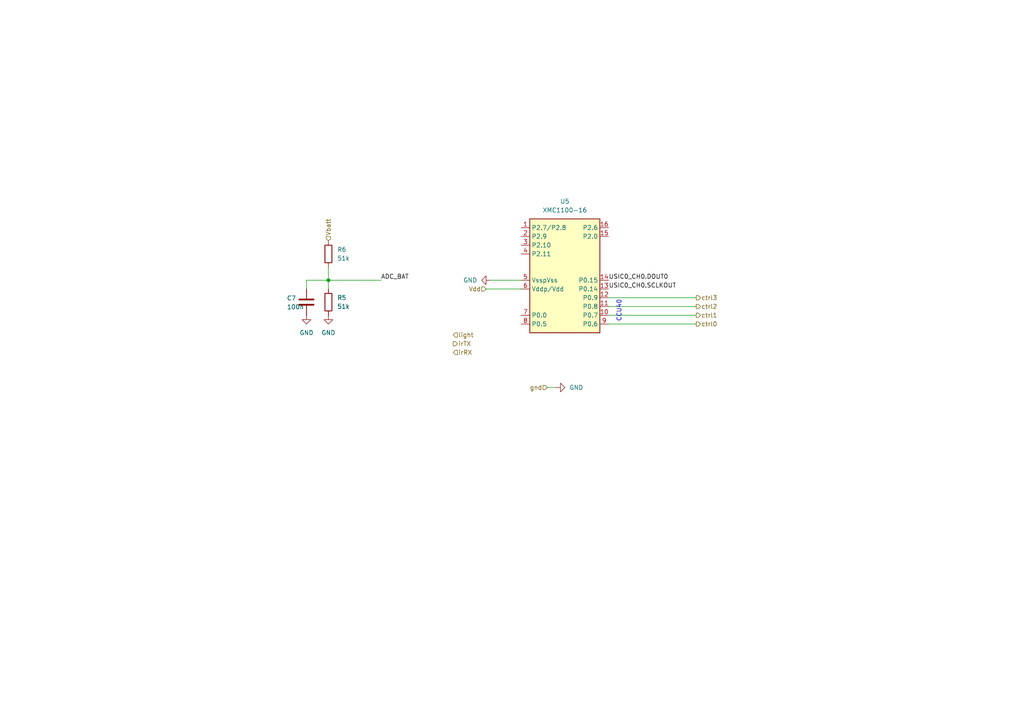
<source format=kicad_sch>
(kicad_sch (version 20250114) (generator "eeschema") (generator_version "9.0")
  (paper "A4")
  (lib_symbols
    (symbol "Device:C" (pin_numbers (hide yes)) (pin_names (offset 0.254))
      (property "Reference" "C" (at 0.635 2.54 0))
      (property "Value" "C" (at 0.635 -2.54 0))
      (symbol "C_0_1"
        (polyline (pts (xy -2.032 0.762) (xy 2.032 0.762)) (stroke (width 0.508)))
        (polyline (pts (xy -2.032 -0.762) (xy 2.032 -0.762)) (stroke (width 0.508)))
      )
      (symbol "C_1_1"
        (pin passive line (at 0 3.81 270) (length 2.794) (name "~") (number "1"))
        (pin passive line (at 0 -3.81 90) (length 2.794) (name "~") (number "2"))
      )
    )
    (symbol "Device:R" (pin_numbers (hide yes)) (pin_names (offset 0))
      (property "Reference" "R" (at 2.032 0 90))
      (property "Value" "R" (at 0 0 90))
      (symbol "R_0_1"
        (rectangle (start -1.016 -2.54) (end 1.016 2.54) (stroke (width 0.254)))
      )
      (symbol "R_1_1"
        (pin passive line (at 0 3.81 270) (length 1.27) (name "~") (number "1"))
        (pin passive line (at 0 -3.81 90) (length 1.27) (name "~") (number "2"))
      )
    )
    (symbol "mcu_infineon_xmc:xmc1100-16"
      (property "Reference" "U" (at -10.16 19.05 0))
      (property "Value" "XMC1100-16" (at 1.27 19.05 0))
      (symbol "xmc1100-16_0_1"
        (rectangle (start -10.16 17.78) (end 10.16 -15.24) (stroke (width 0.254)) (fill (type background)))
      )
      (symbol "xmc1100-16_1_1"
        (pin bidirectional line (at -12.7 15.24 0) (length 2.54) (name "P2.7/P2.8") (number "1"))
        (pin bidirectional line (at -12.7 12.7 0) (length 2.54) (name "P2.9") (number "2"))
        (pin bidirectional line (at -12.7 10.16 0) (length 2.54) (name "P2.10") (number "3"))
        (pin bidirectional line (at -12.7 7.62 0) (length 2.54) (name "P2.11") (number "4"))
        (pin power_in line (at -12.7 0 0) (length 2.54) (name "VsspVss") (number "5"))
        (pin power_in line (at -12.7 -2.54 0) (length 2.54) (name "Vddp/Vdd") (number "6"))
        (pin bidirectional line (at -12.7 -10.16 0) (length 2.54) (name "P0.0") (number "7"))
        (pin bidirectional line (at -12.7 -12.7 0) (length 2.54) (name "P0.5") (number "8"))
        (pin bidirectional line (at 12.7 15.24 180) (length 2.54) (name "P2.6") (number "16"))
        (pin bidirectional line (at 12.7 12.7 180) (length 2.54) (name "P2.0") (number "15"))
        (pin bidirectional line (at 12.7 0 180) (length 2.54) (name "P0.15") (number "14"))
        (pin bidirectional line (at 12.7 -2.54 180) (length 2.54) (name "P0.14") (number "13"))
        (pin bidirectional line (at 12.7 -5.08 180) (length 2.54) (name "P0.9") (number "12"))
        (pin bidirectional line (at 12.7 -7.62 180) (length 2.54) (name "P0.8") (number "11"))
        (pin bidirectional line (at 12.7 -10.16 180) (length 2.54) (name "P0.7") (number "10"))
        (pin bidirectional line (at 12.7 -12.7 180) (length 2.54) (name "P0.6") (number "9"))
      )
    )
    (symbol "power:GND" (power) (pin_numbers (hide yes)) (pin_names (offset 0) (hide yes))
      (property "Value" "GND" (at 0 -3.81 0))
      (symbol "GND_0_1"
        (polyline (pts (xy 0 0) (xy 0 -1.27) (xy 1.27 -1.27) (xy 0 -2.54) (xy -1.27 -1.27) (xy 0 -1.27)))
      )
      (symbol "GND_1_1"
        (pin power_in line (at 0 0 270) (length 0) (name "~") (number "1"))
      )
    )
  )
  (text "CCU40" (at 179.578 90.17 90) (effects (font (size 1.27 1.27))))
  (junction (at 95.25 81.28))
  (wire (pts (xy 201.93 91.44) (xy 176.53 91.44)))
  (wire (pts (xy 201.93 93.98) (xy 176.53 93.98)))
  (wire (pts (xy 176.53 88.9) (xy 201.93 88.9)))
  (wire (pts (xy 95.25 81.28) (xy 110.49 81.28)))
  (wire (pts (xy 88.9 83.82) (xy 88.9 81.28)))
  (wire (pts (xy 176.53 86.36) (xy 201.93 86.36)))
  (wire (pts (xy 95.25 81.28) (xy 95.25 83.82)))
  (wire (pts (xy 142.24 81.28) (xy 151.13 81.28)))
  (wire (pts (xy 88.9 81.28) (xy 95.25 81.28)))
  (wire (pts (xy 95.25 77.47) (xy 95.25 81.28)))
  (wire (pts (xy 140.97 83.82) (xy 151.13 83.82)))
  (wire (pts (xy 161.29 112.395) (xy 158.75 112.395)))
  (label "USIC0_CH0.SCLKOUT" (at 176.53 83.82 0))
  (label "USIC0_CH0.DOUT0" (at 176.53 81.28 0))
  (label "ADC_BAT" (at 110.49 81.28 0))
  (hierarchical_label "ctrl0" (shape output) (at 201.93 93.98 0))
  (hierarchical_label "light" (shape input) (at 131.445 97.155 0))
  (hierarchical_label "gnd" (shape input) (at 158.75 112.395 180))
  (hierarchical_label "irTX" (shape output) (at 131.445 99.695 0))
  (hierarchical_label "Vdd" (shape input) (at 140.97 83.82 180))
  (hierarchical_label "irRX" (shape input) (at 131.445 102.235 0))
  (hierarchical_label "Vbatt" (shape input) (at 95.25 69.85 90))
  (hierarchical_label "ctrl1" (shape output) (at 201.93 91.44 0))
  (hierarchical_label "ctrl2" (shape output) (at 201.93 88.9 0))
  (hierarchical_label "ctrl3" (shape output) (at 201.93 86.36 0))
  (symbol (lib_id "Device:R") (at 95.25 87.63 0) (unit 1)
    (property "Reference" "R5" (at 97.79 86.3599 0) (effects (justify left)))
    (property "Value" "51k" (at 97.79 88.8999 0) (effects (justify left)))
    (property "Description" "Resistor" (effects (hide yes)))
  )
  (symbol (lib_id "Device:R") (at 95.25 73.66 0) (unit 1)
    (property "Reference" "R6" (at 97.79 72.3899 0) (effects (justify left)))
    (property "Value" "51k" (at 97.79 74.9299 0) (effects (justify left)))
    (property "Description" "Resistor" (effects (hide yes)))
  )
  (symbol (lib_id "power:GND") (at 88.9 91.44 0) (unit 1)
    (property "Reference" "#PWR014" (effects (hide yes)))
    (property "Value" "GND" (at 88.9 96.52 0))
    (property "Description" "Power symbol creates a global label with name \"GND\" , ground" (effects (hide yes)))
  )
  (symbol (lib_id "power:GND") (at 161.29 112.395 90) (unit 1)
    (property "Reference" "#PWR015" (effects (hide yes)))
    (property "Value" "GND" (at 165.1 112.3949 90) (effects (justify right)))
    (property "Description" "Power symbol creates a global label with name \"GND\" , ground" (effects (hide yes)))
  )
  (symbol (lib_id "mcu_infineon_xmc:xmc1100-16") (at 163.83 81.28 0) (unit 1)
    (property "Reference" "U5" (at 163.83 58.42 0))
    (property "Value" "XMC1100-16" (at 163.83 60.96 0))
    (property "Description" "TSSOP-16" (effects (hide yes)))
  )
  (symbol (lib_id "power:GND") (at 142.24 81.28 270) (unit 1)
    (property "Reference" "#PWR017" (effects (hide yes)))
    (property "Value" "GND" (at 138.43 81.2799 90) (effects (justify right)))
    (property "Description" "Power symbol creates a global label with name \"GND\" , ground" (effects (hide yes)))
  )
  (symbol (lib_id "power:GND") (at 95.25 91.44 0) (unit 1)
    (property "Reference" "#PWR013" (effects (hide yes)))
    (property "Value" "GND" (at 95.25 96.52 0))
    (property "Description" "Power symbol creates a global label with name \"GND\" , ground" (effects (hide yes)))
  )
  (symbol (lib_id "Device:C") (at 88.9 87.63 0) (unit 1)
    (property "Reference" "C7" (at 83.185 86.4869 0) (effects (justify left)))
    (property "Value" "100n" (at 83.185 89.0269 0) (effects (justify left)))
    (property "Description" "Unpolarized capacitor" (effects (hide yes)))
  )
)
</source>
